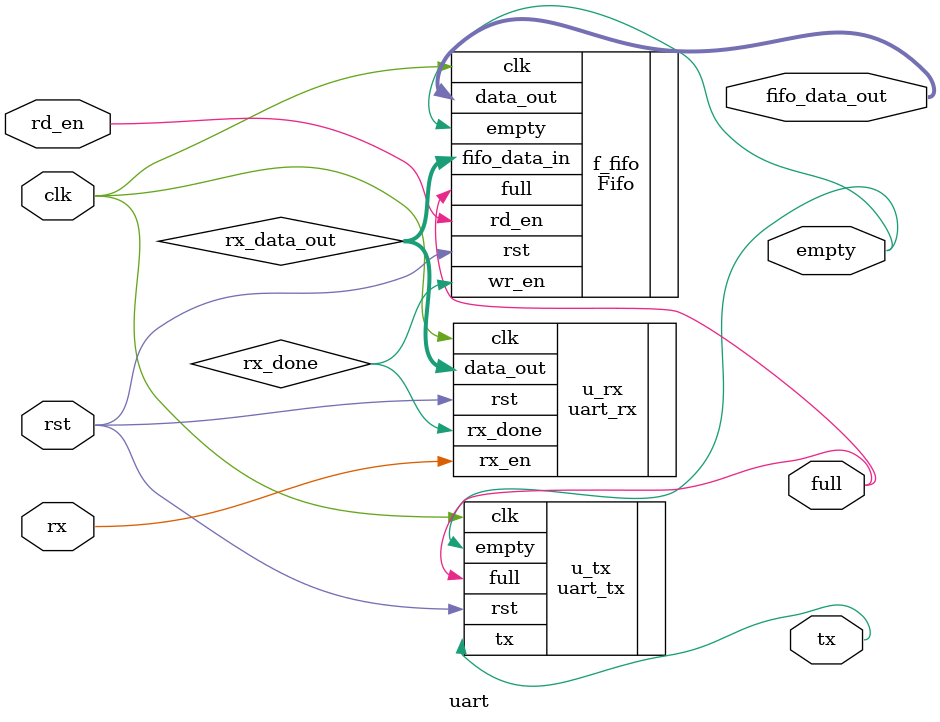
<source format=sv>
`timescale 1ns / 1ps

`timescale 1ns / 1ps

module uart (
    input logic rst,
    input logic clk,
    input logic rd_en,
    input logic rx,
    output logic full,
    output logic empty,
    output logic [7:0] fifo_data_out,
    output logic tx
);

    logic rx_done;
    logic [7:0] rx_data_out;
    logic [7:0] tx_in;

    // UART RX modülü instansý
    uart_rx u_rx (
        .clk(clk),
        .rst(rst),
        .rx_en(rx),
        .data_out(rx_data_out),
        .rx_done(rx_done)
    );

    // FIFO modülü instansý
    Fifo f_fifo (
        .rst(rst),
        .clk(clk),
        .wr_en(rx_done),
        .rd_en(rd_en),
        .fifo_data_in(rx_data_out),
        .data_out(fifo_data_out),
        .full(full),
        .empty(empty)
    );

    // UART TX modülü instansý
    uart_tx u_tx (
        .clk(clk),
        .rst(rst),
        .full(full),
        .empty(empty),
        .tx(tx)
    );

endmodule


</source>
